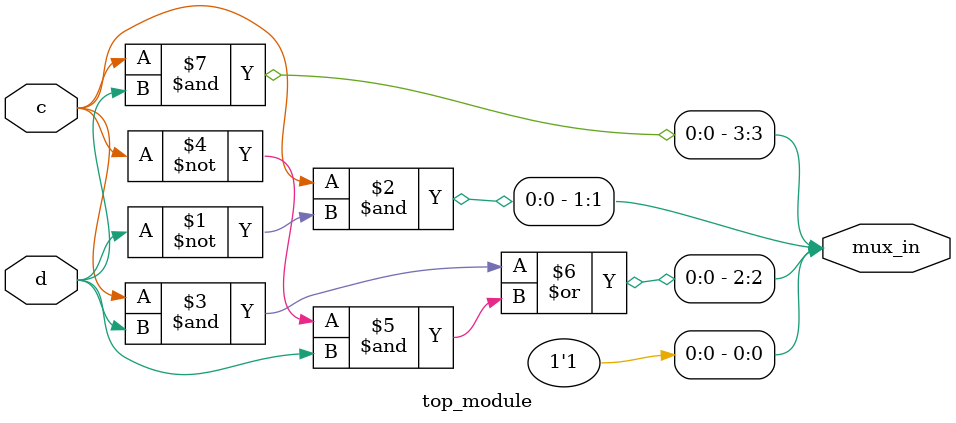
<source format=sv>
module top_module (
    input c,
    input d,
    output [3:0] mux_in
);

    // Implement the Karnaugh map using 2-to-1 multiplexers
    assign mux_in[0] = 1'b1;
    assign mux_in[1] = (c & ~d);
    assign mux_in[2] = (c & d) | (~c & d);
    assign mux_in[3] = (c & d);

endmodule

</source>
